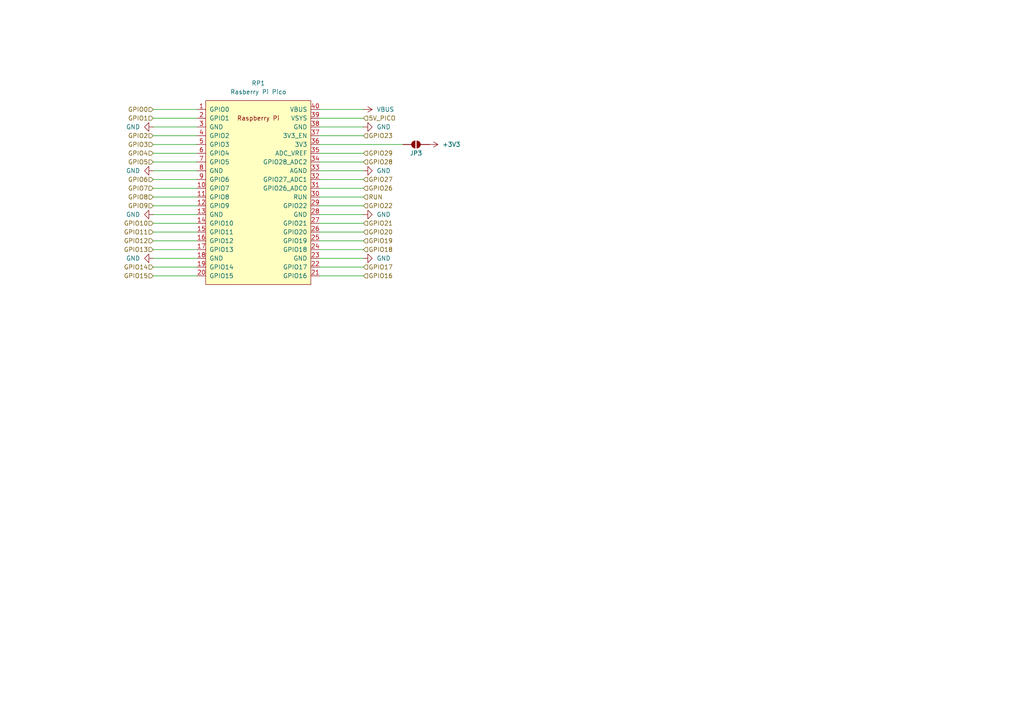
<source format=kicad_sch>
(kicad_sch (version 20250114) (generator "eeschema") (generator_version "9.0")
  (paper "A4")
  (title_block (title "TurboFRANK") (date "2025-04-04") (rev "${VERSION}") (company "Mikhail Matveev") (comment 1 "https://github.com/xtremespb/frank"))
  (lib_symbols
    (symbol "FRANK:Pico" (pin_names (offset 1.016))
      (property "Reference" "RP1" (at 0 31.75 0))
      (property "Value" "Pico 2" (at 0 29.21 0))
      (symbol "Pico_0_0"
        (text "Raspberry Pi" (at 0 21.59 0) (effects (font (size 1.27 1.27))))
      )
      (symbol "Pico_0_1"
        (rectangle (start -15.24 26.67) (end 15.24 -26.67) (fill (type background)))
      )
      (symbol "Pico_1_1"
        (pin bidirectional line (at -17.78 24.13 0) (length 2.54) (name "GPIO0") (number "1"))
        (pin bidirectional line (at -17.78 21.59 0) (length 2.54) (name "GPIO1") (number "2"))
        (pin power_in line (at -17.78 19.05 0) (length 2.54) (name "GND") (number "3"))
        (pin bidirectional line (at -17.78 16.51 0) (length 2.54) (name "GPIO2") (number "4"))
        (pin bidirectional line (at -17.78 13.97 0) (length 2.54) (name "GPIO3") (number "5"))
        (pin bidirectional line (at -17.78 11.43 0) (length 2.54) (name "GPIO4") (number "6"))
        (pin bidirectional line (at -17.78 8.89 0) (length 2.54) (name "GPIO5") (number "7"))
        (pin power_in line (at -17.78 6.35 0) (length 2.54) (name "GND") (number "8"))
        (pin bidirectional line (at -17.78 3.81 0) (length 2.54) (name "GPIO6") (number "9"))
        (pin bidirectional line (at -17.78 1.27 0) (length 2.54) (name "GPIO7") (number "10"))
        (pin bidirectional line (at -17.78 -1.27 0) (length 2.54) (name "GPIO8") (number "11"))
        (pin bidirectional line (at -17.78 -3.81 0) (length 2.54) (name "GPIO9") (number "12"))
        (pin power_in line (at -17.78 -6.35 0) (length 2.54) (name "GND") (number "13"))
        (pin bidirectional line (at -17.78 -8.89 0) (length 2.54) (name "GPIO10") (number "14"))
        (pin bidirectional line (at -17.78 -11.43 0) (length 2.54) (name "GPIO11") (number "15"))
        (pin bidirectional line (at -17.78 -13.97 0) (length 2.54) (name "GPIO12") (number "16"))
        (pin bidirectional line (at -17.78 -16.51 0) (length 2.54) (name "GPIO13") (number "17"))
        (pin power_in line (at -17.78 -19.05 0) (length 2.54) (name "GND") (number "18"))
        (pin bidirectional line (at -17.78 -21.59 0) (length 2.54) (name "GPIO14") (number "19"))
        (pin bidirectional line (at -17.78 -24.13 0) (length 2.54) (name "GPIO15") (number "20"))
        (pin output line (at 17.78 24.13 180) (length 2.54) (name "VBUS") (number "40"))
        (pin input line (at 17.78 21.59 180) (length 2.54) (name "VSYS") (number "39"))
        (pin bidirectional line (at 17.78 19.05 180) (length 2.54) (name "GND") (number "38"))
        (pin input line (at 17.78 16.51 180) (length 2.54) (name "3V3_EN") (number "37"))
        (pin output line (at 17.78 13.97 180) (length 2.54) (name "3V3") (number "36"))
        (pin unspecified line (at 17.78 11.43 180) (length 2.54) (name "ADC_VREF") (number "35"))
        (pin bidirectional line (at 17.78 8.89 180) (length 2.54) (name "GPIO28_ADC2") (number "34"))
        (pin power_in line (at 17.78 6.35 180) (length 2.54) (name "AGND") (number "33"))
        (pin bidirectional line (at 17.78 3.81 180) (length 2.54) (name "GPIO27_ADC1") (number "32"))
        (pin bidirectional line (at 17.78 1.27 180) (length 2.54) (name "GPIO26_ADC0") (number "31"))
        (pin input line (at 17.78 -1.27 180) (length 2.54) (name "RUN") (number "30"))
        (pin bidirectional line (at 17.78 -3.81 180) (length 2.54) (name "GPIO22") (number "29"))
        (pin power_in line (at 17.78 -6.35 180) (length 2.54) (name "GND") (number "28"))
        (pin bidirectional line (at 17.78 -8.89 180) (length 2.54) (name "GPIO21") (number "27"))
        (pin bidirectional line (at 17.78 -11.43 180) (length 2.54) (name "GPIO20") (number "26"))
        (pin bidirectional line (at 17.78 -13.97 180) (length 2.54) (name "GPIO19") (number "25"))
        (pin bidirectional line (at 17.78 -16.51 180) (length 2.54) (name "GPIO18") (number "24"))
        (pin power_in line (at 17.78 -19.05 180) (length 2.54) (name "GND") (number "23"))
        (pin bidirectional line (at 17.78 -21.59 180) (length 2.54) (name "GPIO17") (number "22"))
        (pin bidirectional line (at 17.78 -24.13 180) (length 2.54) (name "GPIO16") (number "21"))
      )
    )
    (symbol "Jumper:SolderJumper_2_Open" (pin_numbers (hide yes)) (pin_names (offset 0) (hide yes)) (exclude_from_sim yes) (in_bom no)
      (property "Reference" "JP" (at 0 2.032 0))
      (property "Value" "SolderJumper_2_Open" (at 0 -2.54 0))
      (symbol "SolderJumper_2_Open_0_1"
        (polyline (pts (xy -0.254 1.016) (xy -0.254 -1.016)))
        (arc (start -0.254 -1.016) (mid -1.2656 0) (end -0.254 1.016))
        (arc (start -0.254 -1.016) (mid -1.2656 0) (end -0.254 1.016) (fill (type outline)))
        (arc (start 0.254 1.016) (mid 1.2656 0) (end 0.254 -1.016))
        (arc (start 0.254 1.016) (mid 1.2656 0) (end 0.254 -1.016) (fill (type outline)))
        (polyline (pts (xy 0.254 1.016) (xy 0.254 -1.016)))
      )
      (symbol "SolderJumper_2_Open_1_1"
        (pin passive line (at -3.81 0 0) (length 2.54) (name "A") (number "1"))
        (pin passive line (at 3.81 0 180) (length 2.54) (name "B") (number "2"))
      )
    )
    (symbol "power:+3V3" (power) (pin_numbers (hide yes)) (pin_names (offset 0) (hide yes))
      (property "Value" "+3V3" (at 0 3.556 0))
      (symbol "+3V3_0_1"
        (polyline (pts (xy -0.762 1.27) (xy 0 2.54)))
        (polyline (pts (xy 0 2.54) (xy 0.762 1.27)))
        (polyline (pts (xy 0 0) (xy 0 2.54)))
      )
      (symbol "+3V3_1_1"
        (pin power_in line (at 0 0 90) (length 0) (name "~") (number "1"))
      )
    )
    (symbol "power:GND" (power) (pin_numbers (hide yes)) (pin_names (offset 0) (hide yes))
      (property "Value" "GND" (at 0 -3.81 0))
      (symbol "GND_0_1"
        (polyline (pts (xy 0 0) (xy 0 -1.27) (xy 1.27 -1.27) (xy 0 -2.54) (xy -1.27 -1.27) (xy 0 -1.27)))
      )
      (symbol "GND_1_1"
        (pin power_in line (at 0 0 270) (length 0) (name "~") (number "1"))
      )
    )
    (symbol "power:VBUS" (power) (pin_numbers (hide yes)) (pin_names (offset 0) (hide yes))
      (property "Value" "VBUS" (at 0 3.556 0))
      (symbol "VBUS_0_1"
        (polyline (pts (xy -0.762 1.27) (xy 0 2.54)))
        (polyline (pts (xy 0 2.54) (xy 0.762 1.27)))
        (polyline (pts (xy 0 0) (xy 0 2.54)))
      )
      (symbol "VBUS_1_1"
        (pin power_in line (at 0 0 90) (length 0) (name "~") (number "1"))
      )
    )
  )
  (wire (pts (xy 92.71 52.07) (xy 105.41 52.07)))
  (wire (pts (xy 92.71 77.47) (xy 105.41 77.47)))
  (wire (pts (xy 92.71 80.01) (xy 105.41 80.01)))
  (wire (pts (xy 44.45 52.07) (xy 57.15 52.07)))
  (wire (pts (xy 44.45 44.45) (xy 57.15 44.45)))
  (wire (pts (xy 92.71 44.45) (xy 105.41 44.45)))
  (wire (pts (xy 92.71 67.31) (xy 105.41 67.31)))
  (wire (pts (xy 44.45 77.47) (xy 57.15 77.47)))
  (wire (pts (xy 44.45 49.53) (xy 57.15 49.53)))
  (wire (pts (xy 92.71 39.37) (xy 105.41 39.37)))
  (wire (pts (xy 92.71 62.23) (xy 105.41 62.23)))
  (wire (pts (xy 92.71 41.91) (xy 116.84 41.91)))
  (wire (pts (xy 92.71 31.75) (xy 105.41 31.75)))
  (wire (pts (xy 44.45 67.31) (xy 57.15 67.31)))
  (wire (pts (xy 44.45 69.85) (xy 57.15 69.85)))
  (wire (pts (xy 44.45 59.69) (xy 57.15 59.69)))
  (wire (pts (xy 92.71 49.53) (xy 105.41 49.53)))
  (wire (pts (xy 92.71 54.61) (xy 105.41 54.61)))
  (wire (pts (xy 92.71 36.83) (xy 105.41 36.83)))
  (wire (pts (xy 44.45 74.93) (xy 57.15 74.93)))
  (wire (pts (xy 44.45 31.75) (xy 57.15 31.75)))
  (wire (pts (xy 44.45 72.39) (xy 57.15 72.39)))
  (wire (pts (xy 44.45 62.23) (xy 57.15 62.23)))
  (wire (pts (xy 44.45 57.15) (xy 57.15 57.15)))
  (wire (pts (xy 44.45 36.83) (xy 57.15 36.83)))
  (wire (pts (xy 44.45 64.77) (xy 57.15 64.77)))
  (wire (pts (xy 44.45 54.61) (xy 57.15 54.61)))
  (wire (pts (xy 44.45 80.01) (xy 57.15 80.01)))
  (wire (pts (xy 92.71 69.85) (xy 105.41 69.85)))
  (wire (pts (xy 44.45 41.91) (xy 57.15 41.91)))
  (wire (pts (xy 92.71 74.93) (xy 105.41 74.93)))
  (wire (pts (xy 92.71 72.39) (xy 105.41 72.39)))
  (wire (pts (xy 92.71 59.69) (xy 105.41 59.69)))
  (wire (pts (xy 44.45 46.99) (xy 57.15 46.99)))
  (wire (pts (xy 44.45 39.37) (xy 57.15 39.37)))
  (wire (pts (xy 92.71 34.29) (xy 105.41 34.29)))
  (wire (pts (xy 44.45 34.29) (xy 57.15 34.29)))
  (wire (pts (xy 92.71 57.15) (xy 105.41 57.15)))
  (wire (pts (xy 92.71 46.99) (xy 105.41 46.99)))
  (wire (pts (xy 92.71 64.77) (xy 105.41 64.77)))
  (hierarchical_label "GPIO19" (shape input) (at 105.41 69.85 0))
  (hierarchical_label "GPIO22" (shape input) (at 105.41 59.69 0))
  (hierarchical_label "GPIO8" (shape input) (at 44.45 57.15 180))
  (hierarchical_label "GPIO14" (shape input) (at 44.45 77.47 180))
  (hierarchical_label "GPIO16" (shape input) (at 105.41 80.01 0))
  (hierarchical_label "5V_PICO" (shape input) (at 105.41 34.29 0))
  (hierarchical_label "GPIO2" (shape input) (at 44.45 39.37 180))
  (hierarchical_label "GPIO13" (shape input) (at 44.45 72.39 180))
  (hierarchical_label "GPIO29" (shape input) (at 105.41 44.45 0))
  (hierarchical_label "GPIO28" (shape input) (at 105.41 46.99 0))
  (hierarchical_label "GPIO26" (shape input) (at 105.41 54.61 0))
  (hierarchical_label "GPIO17" (shape input) (at 105.41 77.47 0))
  (hierarchical_label "GPIO12" (shape input) (at 44.45 69.85 180))
  (hierarchical_label "GPIO10" (shape input) (at 44.45 64.77 180))
  (hierarchical_label "GPIO1" (shape input) (at 44.45 34.29 180))
  (hierarchical_label "GPIO4" (shape input) (at 44.45 44.45 180))
  (hierarchical_label "GPIO21" (shape input) (at 105.41 64.77 0))
  (hierarchical_label "GPIO11" (shape input) (at 44.45 67.31 180))
  (hierarchical_label "GPIO6" (shape input) (at 44.45 52.07 180))
  (hierarchical_label "GPIO27" (shape input) (at 105.41 52.07 0))
  (hierarchical_label "GPIO0" (shape input) (at 44.45 31.75 180))
  (hierarchical_label "GPIO3" (shape input) (at 44.45 41.91 180))
  (hierarchical_label "GPIO7" (shape input) (at 44.45 54.61 180))
  (hierarchical_label "GPIO23" (shape input) (at 105.41 39.37 0))
  (hierarchical_label "GPIO20" (shape input) (at 105.41 67.31 0))
  (hierarchical_label "GPIO9" (shape input) (at 44.45 59.69 180))
  (hierarchical_label "GPIO5" (shape input) (at 44.45 46.99 180))
  (hierarchical_label "RUN" (shape input) (at 105.41 57.15 0))
  (hierarchical_label "GPIO15" (shape input) (at 44.45 80.01 180))
  (hierarchical_label "GPIO18" (shape input) (at 105.41 72.39 0))
  (symbol (lib_id "power:+3V3") (at 124.46 41.91 270) (unit 1)
    (property "Reference" "#PWR055" (effects (hide yes)))
    (property "Value" "+3V3" (at 128.27 41.9099 90) (effects (justify left)))
    (property "Description" "Power symbol creates a global label with name \"+3V3\"" (effects (hide yes)))
  )
  (symbol (lib_id "power:GND") (at 44.45 74.93 270) (unit 1)
    (property "Reference" "#PWR060" (effects (hide yes)))
    (property "Value" "GND" (at 40.64 74.9299 90) (effects (justify right)))
    (property "Description" "Power symbol creates a global label with name \"GND\" , ground" (effects (hide yes)))
    (instances (project "38NJU24" (path "" (reference "#PWR046") (unit 1))) (project "38NJU24" (path "" (reference "#PWR060") (unit 1))))
  )
  (symbol (lib_id "power:GND") (at 44.45 49.53 270) (unit 1)
    (property "Reference" "#PWR056" (effects (hide yes)))
    (property "Value" "GND" (at 40.64 49.5299 90) (effects (justify right)))
    (property "Description" "Power symbol creates a global label with name \"GND\" , ground" (effects (hide yes)))
    (instances (project "38NJU24" (path "" (reference "#PWR042") (unit 1))) (project "38NJU24" (path "" (reference "#PWR056") (unit 1))))
  )
  (symbol (lib_id "power:GND") (at 105.41 49.53 90) (unit 1)
    (property "Reference" "#PWR057" (effects (hide yes)))
    (property "Value" "GND" (at 109.22 49.5299 90) (effects (justify right)))
    (property "Description" "Power symbol creates a global label with name \"GND\" , ground" (effects (hide yes)))
    (instances (project "38NJU24" (path "" (reference "#PWR043") (unit 1))) (project "38NJU24" (path "" (reference "#PWR057") (unit 1))))
  )
  (symbol (lib_id "FRANK:Pico") (at 74.93 55.88 0) (unit 1)
    (property "Reference" "J14" (at 74.93 24.13 0))
    (property "Value" "Rasberry Pi Pico" (at 74.93 26.67 0))
    (property "Footprint" "FRANK:Raspberry Pi Pico" (effects (hide yes)))
    (property "Datasheet" "https://files.waveshare.com/upload/f/fd/Rp2040_datasheet.pdf" (effects (hide yes)))
    (property "AliExpress" "https://www.aliexpress.com/item/1005004096147070.html" (effects (hide yes)))
    (instances (project "" (path "" (reference "RP1") (unit 1))) (project "" (path "" (reference "J14") (unit 1))))
  )
  (symbol (lib_id "power:GND") (at 105.41 36.83 90) (unit 1)
    (property "Reference" "#PWR054" (effects (hide yes)))
    (property "Value" "GND" (at 109.22 36.8299 90) (effects (justify right)))
    (property "Description" "Power symbol creates a global label with name \"GND\" , ground" (effects (hide yes)))
    (instances (project "38NJU24" (path "" (reference "#PWR041") (unit 1))) (project "38NJU24" (path "" (reference "#PWR054") (unit 1))))
  )
  (symbol (lib_id "power:GND") (at 105.41 74.93 90) (unit 1)
    (property "Reference" "#PWR061" (effects (hide yes)))
    (property "Value" "GND" (at 109.22 74.9299 90) (effects (justify right)))
    (property "Description" "Power symbol creates a global label with name \"GND\" , ground" (effects (hide yes)))
    (instances (project "38NJU24" (path "" (reference "#PWR047") (unit 1))) (project "38NJU24" (path "" (reference "#PWR061") (unit 1))))
  )
  (symbol (lib_id "power:GND") (at 44.45 36.83 270) (unit 1)
    (property "Reference" "#PWR053" (effects (hide yes)))
    (property "Value" "GND" (at 40.64 36.8299 90) (effects (justify right)))
    (property "Description" "Power symbol creates a global label with name \"GND\" , ground" (effects (hide yes)))
    (instances (project "38NJU24" (path "" (reference "#PWR040") (unit 1))) (project "38NJU24" (path "" (reference "#PWR053") (unit 1))))
  )
  (symbol (lib_id "power:VBUS") (at 105.41 31.75 270) (unit 1)
    (property "Reference" "#PWR052" (effects (hide yes)))
    (property "Value" "VBUS" (at 109.22 31.7499 90) (effects (justify left)))
    (property "Description" "Power symbol creates a global label with name \"VBUS\"" (effects (hide yes)))
    (instances (project "38NJU24" (path "" (reference "#PWR039") (unit 1))) (project "38NJU24" (path "" (reference "#PWR052") (unit 1))))
  )
  (symbol (lib_id "Jumper:SolderJumper_2_Open") (at 120.65 41.91 0) (unit 1)
    (property "Reference" "JP3" (at 120.65 44.45 0))
    (property "Value" "Jumper (Solder)" (effects (hide yes)))
    (property "Footprint" "FRANK:Jumper (solder)" (effects (hide yes)))
    (property "Description" "Solder Jumper, 2-pole, open" (effects (hide yes)))
    (property "AliExpress" "https://www.aliexpress.com/item/1005006454399822.html" (effects (hide yes)))
  )
  (symbol (lib_id "power:GND") (at 44.45 62.23 270) (unit 1)
    (property "Reference" "#PWR058" (effects (hide yes)))
    (property "Value" "GND" (at 40.64 62.2299 90) (effects (justify right)))
    (property "Description" "Power symbol creates a global label with name \"GND\" , ground" (effects (hide yes)))
    (instances (project "38NJU24" (path "" (reference "#PWR044") (unit 1))) (project "38NJU24" (path "" (reference "#PWR058") (unit 1))))
  )
  (symbol (lib_id "power:GND") (at 105.41 62.23 90) (unit 1)
    (property "Reference" "#PWR059" (effects (hide yes)))
    (property "Value" "GND" (at 109.22 62.2299 90) (effects (justify right)))
    (property "Description" "Power symbol creates a global label with name \"GND\" , ground" (effects (hide yes)))
    (instances (project "38NJU24" (path "" (reference "#PWR045") (unit 1))) (project "38NJU24" (path "" (reference "#PWR059") (unit 1))))
  )
)
</source>
